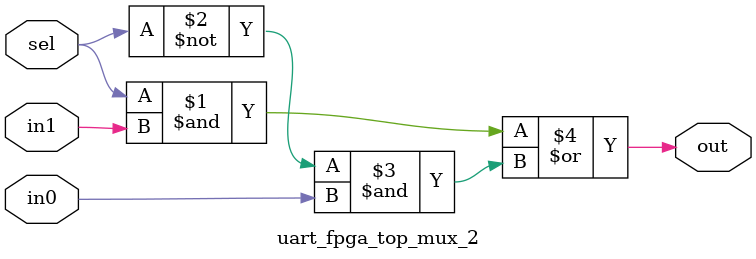
<source format=sv>
module uart_fpga_top_mux_2 (
    input  logic        sel,    // Selection signal
    input  logic        in0,    // Input when sel is 0 (0)
    input  logic        in1,    // Input when sel is 1 (1)
    output logic        out     // Output (tx_start_next)
);
    assign out = (sel & in1) | (~sel & in0);
endmodule
</source>
